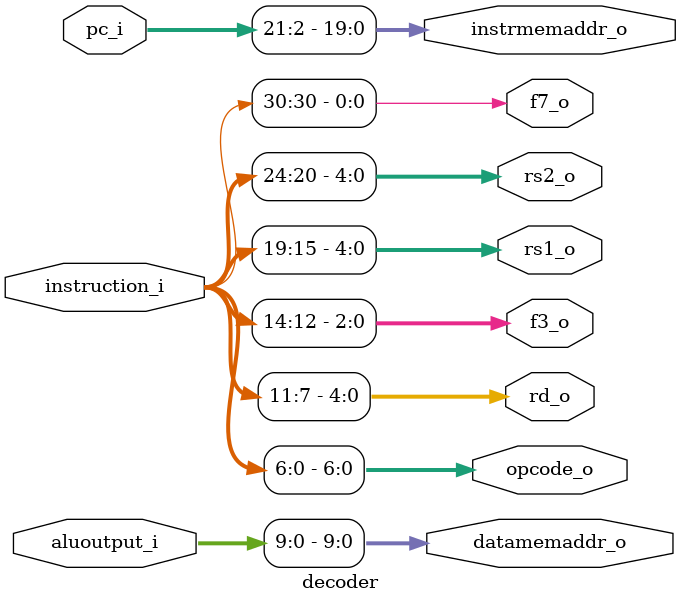
<source format=sv>
module decoder(
	input logic [31:0] instruction_i, pc_i , aluoutput_i,
	output logic [6:0] opcode_o,
	output logic [4:0] rd_o, 
	output logic [2:0] f3_o, 
	output logic [4:0] rs1_o,
	output logic [4:0] rs2_o,
	output logic f7_o,
	output logic [19:0] instrmemaddr_o,
	output logic [9:0] datamemaddr_o
	);
always_comb
begin
	opcode_o = instruction_i [6:0];
	rd_o = instruction_i[11:7];
	f3_o = instruction_i[14:12];
	rs1_o = instruction_i[19:15];
	rs2_o = instruction_i[24:20];
	f7_o = instruction_i [30];
	instrmemaddr_o = pc_i[21:2];
	datamemaddr_o = aluoutput_i[9:0];
end
endmodule : decoder
</source>
